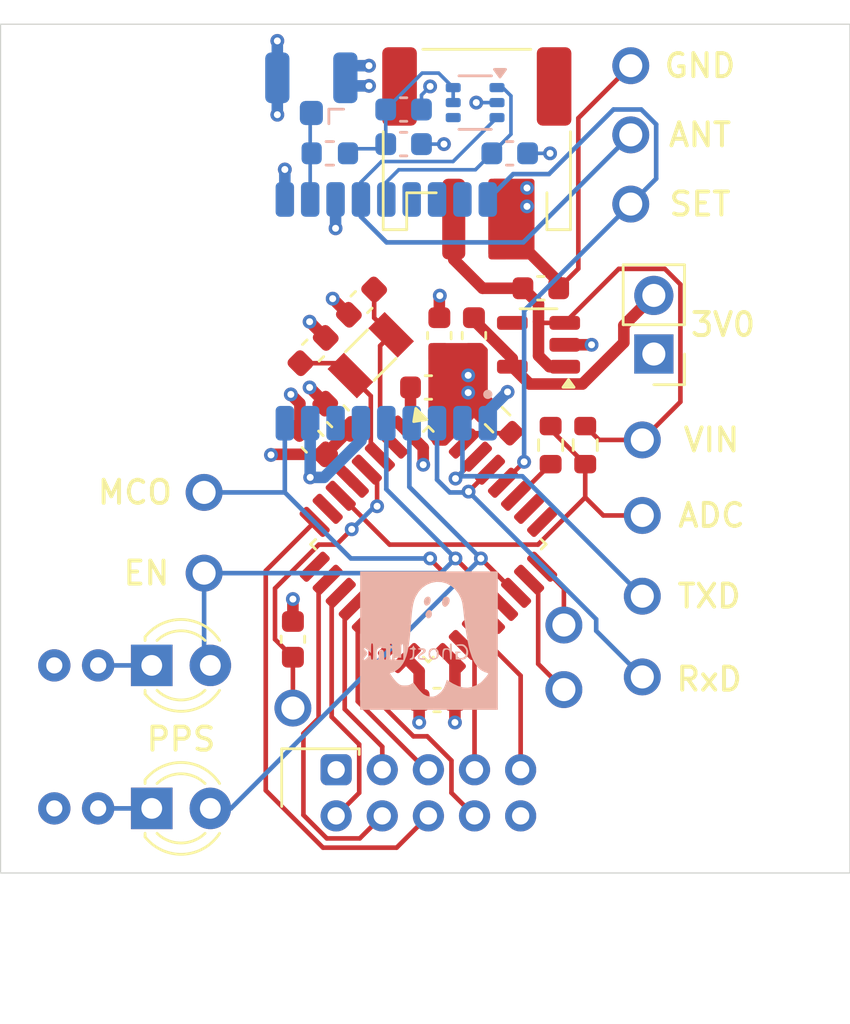
<source format=kicad_pcb>
(kicad_pcb (version 20241229) (generator "pcbnew") (generator_version "9.0")
  (title_block (date "2025-07-31") (rev "0.2"))
  (layers (0 "F.Cu" signal) (4 "In1.Cu" power) (6 "In2.Cu" power) (2 "B.Cu" signal) (13 "F.Paste" user) (15 "B.Paste" user) (5 "F.SilkS" user "F.Silkscreen") (7 "B.SilkS" user "B.Silkscreen") (1 "F.Mask" user) (3 "B.Mask" user) (25 "Edge.Cuts" user))
  (net 0 "")
  (net 1 "+3.0V")
  (net 2 "GND")
  (net 3 "/NRST")
  (net 4 "/OSC32_IN")
  (net 5 "/OSC32_OUT")
  (net 6 "/V_{IN}")
  (net 7 "/GNSS_VCC_RF")
  (net 8 "Net-(U4-QOD)")
  (net 11 "/SX126x_DIO3")
  (net 12 "/SX126x_NSS")
  (net 13 "/SX126x_MOSI")
  (net 14 "/SX126x_REST")
  (net 15 "/SX126x_BUSY")
  (net 16 "/SX126x_MISO")
  (net 17 "/SX126x_DIO1")
  (net 18 "/SX126x_SCK")
  (net 19 "/GNSS_RF_IN")
  (net 20 "/BOOT0")
  (net 21 "/VIN_ADC")
  (net 22 "/VIN_ADC_DIV_EN")
  (net 23 "/SWDIO")
  (net 24 "/SWCLK")
  (net 25 "/GNSS_TXD")
  (net 27 "/GNSS_RESET_N")
  (net 29 "/GNSS_RxD")
  (net 30 "/GNSS_1PPS")
  (net 31 "/GNSS_ON_OFF")
  (net 34 "/GNSS_MODEL_SET")
  (net 36 "/GNSS_ANT_ON")
  (net 43 "Net-(J4-Pin_2)")
  (net 44 "Net-(D1-K)")
  (net 45 "Net-(D2-K)")
  (footprint "Package_QFP:LQFP-32_7x7mm_P0.8mm" (layer "F.Cu") (at 125.85 100.3 -45)
    (property "Reference" "U1" (hide yes))
    (property "Value" "STM32L412K8Tx")
    (pad "1" smd roundrect (at -4.175 -2.8 315) (size 1.5 0.5) (layers "F.Cu" "F.Mask" "F.Paste") (net 1 "+3.0V"))
    (pad "2" smd roundrect (at -4.175 -2 315) (size 1.5 0.5) (layers "F.Cu" "F.Mask" "F.Paste") (net 4 "/OSC32_IN"))
    (pad "3" smd roundrect (at -4.175 -1.2 315) (size 1.5 0.5) (layers "F.Cu" "F.Mask" "F.Paste") (net 5 "/OSC32_OUT"))
    (pad "4" smd roundrect (at -4.175 -0.4 315) (size 1.5 0.5) (layers "F.Cu" "F.Mask" "F.Paste") (net 3 "/NRST"))
    (pad "5" smd roundrect (at -4.175 0.4 315) (size 1.5 0.5) (layers "F.Cu" "F.Mask" "F.Paste") (net 1 "+3.0V"))
    (pad "6" smd roundrect (at -4.175 1.2 315) (size 1.5 0.5) (layers "F.Cu" "F.Mask" "F.Paste") (net 21 "/VIN_ADC"))
    (pad "7" smd roundrect (at -4.175 2 315) (size 1.5 0.5) (layers "F.Cu" "F.Mask" "F.Paste"))
    (pad "8" smd roundrect (at -4.175 2.8 315) (size 1.5 0.5) (layers "F.Cu" "F.Mask" "F.Paste") (net 17 "/SX126x_DIO1"))
    (pad "9" smd roundrect (at -2.8 4.175 315) (size 0.5 1.5) (layers "F.Cu" "F.Mask" "F.Paste"))
    (pad "10" smd roundrect (at -2 4.175 315) (size 0.5 1.5) (layers "F.Cu" "F.Mask" "F.Paste") (net 15 "/SX126x_BUSY"))
    (pad "11" smd roundrect (at -1.2 4.175 315) (size 0.5 1.5) (layers "F.Cu" "F.Mask" "F.Paste") (net 18 "/SX126x_SCK"))
    (pad "12" smd roundrect (at -0.4 4.175 315) (size 0.5 1.5) (layers "F.Cu" "F.Mask" "F.Paste") (net 16 "/SX126x_MISO"))
    (pad "13" smd roundrect (at 0.4 4.175 315) (size 0.5 1.5) (layers "F.Cu" "F.Mask" "F.Paste") (net 13 "/SX126x_MOSI"))
    (pad "14" smd roundrect (at 1.2 4.175 315) (size 0.5 1.5) (layers "F.Cu" "F.Mask" "F.Paste") (net 12 "/SX126x_NSS"))
    (pad "15" smd roundrect (at 2 4.175 315) (size 0.5 1.5) (layers "F.Cu" "F.Mask" "F.Paste"))
    (pad "16" smd roundrect (at 2.8 4.175 315) (size 0.5 1.5) (layers "F.Cu" "F.Mask" "F.Paste") (net 2 "GND"))
    (pad "17" smd roundrect (at 4.175 2.8 315) (size 1.5 0.5) (layers "F.Cu" "F.Mask" "F.Paste") (net 1 "+3.0V"))
    (pad "18" smd roundrect (at 4.175 2 315) (size 1.5 0.5) (layers "F.Cu" "F.Mask" "F.Paste") (net 14 "/SX126x_REST"))
    (pad "19" smd roundrect (at 4.175 1.2 315) (size 1.5 0.5) (layers "F.Cu" "F.Mask" "F.Paste") (net 11 "/SX126x_DIO3"))
    (pad "20" smd roundrect (at 4.175 0.4 315) (size 1.5 0.5) (layers "F.Cu" "F.Mask" "F.Paste") (net 27 "/GNSS_RESET_N"))
    (pad "21" smd roundrect (at 4.175 -0.4 315) (size 1.5 0.5) (layers "F.Cu" "F.Mask" "F.Paste") (net 31 "/GNSS_ON_OFF"))
    (pad "22" smd roundrect (at 4.175 -1.2 315) (size 1.5 0.5) (layers "F.Cu" "F.Mask" "F.Paste") (net 30 "/GNSS_1PPS"))
    (pad "23" smd roundrect (at 4.175 -2 315) (size 1.5 0.5) (layers "F.Cu" "F.Mask" "F.Paste") (net 23 "/SWDIO"))
    (pad "24" smd roundrect (at 4.175 -2.8 315) (size 1.5 0.5) (layers "F.Cu" "F.Mask" "F.Paste") (net 24 "/SWCLK"))
    (pad "25" smd roundrect (at 2.8 -4.175 315) (size 0.5 1.5) (layers "F.Cu" "F.Mask" "F.Paste"))
    (pad "26" smd roundrect (at 2 -4.175 315) (size 0.5 1.5) (layers "F.Cu" "F.Mask" "F.Paste"))
    (pad "27" smd roundrect (at 1.2 -4.175 315) (size 0.5 1.5) (layers "F.Cu" "F.Mask" "F.Paste") (net 22 "/VIN_ADC_DIV_EN"))
    (pad "28" smd roundrect (at 0.4 -4.175 315) (size 0.5 1.5) (layers "F.Cu" "F.Mask" "F.Paste") (net 34 "/GNSS_MODEL_SET"))
    (pad "29" smd roundrect (at -0.4 -4.175 315) (size 0.5 1.5) (layers "F.Cu" "F.Mask" "F.Paste") (net 29 "/GNSS_RxD"))
    (pad "30" smd roundrect (at -1.2 -4.175 315) (size 0.5 1.5) (layers "F.Cu" "F.Mask" "F.Paste") (net 25 "/GNSS_TXD"))
    (pad "31" smd roundrect (at -2 -4.175 315) (size 0.5 1.5) (layers "F.Cu" "F.Mask" "F.Paste") (net 20 "/BOOT0"))
    (pad "32" smd roundrect (at -2.8 -4.175 315) (size 0.5 1.5) (layers "F.Cu" "F.Mask" "F.Paste") (net 2 "GND"))
  )
  (footprint "Capacitor_SMD:C_0603_1608Metric" (layer "F.Cu") (at 127.825 91.25 -90)
    (property "Reference" "C10" (hide yes))
    (property "Value" "1u")
    (pad "1" smd roundrect (at -0.775 0 270) (size 0.9 0.95) (layers "F.Cu" "F.Mask" "F.Paste") (net 43 "Net-(J4-Pin_2)"))
    (pad "2" smd roundrect (at 0.775 0 270) (size 0.9 0.95) (layers "F.Cu" "F.Mask" "F.Paste") (net 2 "GND"))
  )
  (footprint "Capacitor_SMD:C_0603_1608Metric" (layer "F.Cu") (at 122.95 89.8 45)
    (property "Reference" "C7" (hide yes))
    (property "Value" "18p")
    (pad "1" smd roundrect (at -0.775 0 45) (size 0.9 0.95) (layers "F.Cu" "F.Mask" "F.Paste") (net 2 "GND"))
    (pad "2" smd roundrect (at 0.775 0 45) (size 0.9 0.95) (layers "F.Cu" "F.Mask" "F.Paste") (net 4 "/OSC32_IN"))
  )
  (footprint "Custom:TestPoint" (layer "F.Cu") (at 119.975 107.4)
    (property "Reference" "TP1" (hide yes))
    (property "Value" "~")
    (pad "1" thru_hole circle (at 0 0) (size 1.6 1.6) (drill 1) (layers "*.Cu" "*.Mask") (net 3 "/NRST"))
  )
  (footprint "Capacitor_SMD:C_0603_1608Metric" (layer "F.Cu") (at 126.325 91.25 -90)
    (property "Reference" "C1" (hide yes))
    (property "Value" "4u7")
    (pad "1" smd roundrect (at -0.775 0 270) (size 0.9 0.95) (layers "F.Cu" "F.Mask" "F.Paste") (net 1 "+3.0V"))
    (pad "2" smd roundrect (at 0.775 0 270) (size 0.9 0.95) (layers "F.Cu" "F.Mask" "F.Paste") (net 2 "GND"))
  )
  (footprint "Custom:TestPoint" (layer "F.Cu") (at 135.125 102.55)
    (property "Reference" "TXD" (at 2.9 0 0) (layer "F.SilkS") (effects (font (thickness 0.17) (bold yes))))
    (property "Value" "~")
    (pad "1" thru_hole circle (at 0 0) (size 1.6 1.6) (drill 1) (layers "*.Cu" "*.Mask") (net 25 "/GNSS_TXD"))
  )
  (footprint "Custom:TestPoint" (layer "F.Cu") (at 116.125 101.55)
    (property "Reference" "EN" (at -2.5 0 0) (layer "F.SilkS") (effects (font (thickness 0.17) (bold yes))))
    (property "Value" "~")
    (pad "1" thru_hole circle (at 0 0) (size 1.6 1.6) (drill 1) (layers "*.Cu" "*.Mask") (net 31 "/GNSS_ON_OFF"))
  )
  (footprint "Capacitor_SMD:C_0603_1608Metric" (layer "F.Cu") (at 120.85 91.9 -135)
    (property "Reference" "C8" (hide yes))
    (property "Value" "18p")
    (pad "1" smd roundrect (at -0.775 0 225) (size 0.9 0.95) (layers "F.Cu" "F.Mask" "F.Paste") (net 2 "GND"))
    (pad "2" smd roundrect (at 0.775 0 225) (size 0.9 0.95) (layers "F.Cu" "F.Mask" "F.Paste") (net 5 "/OSC32_OUT"))
  )
  (footprint "Custom:TestPoint" (layer "F.Cu") (at 135.125 106.05)
    (property "Reference" "RxD" (at 2.9 0.1 0) (layer "F.SilkS") (effects (font (thickness 0.17) (bold yes))))
    (property "Value" "~")
    (pad "1" thru_hole circle (at 0 0) (size 1.6 1.6) (drill 1) (layers "*.Cu" "*.Mask") (net 29 "/GNSS_RxD"))
  )
  (footprint "Resistor_SMD:R_0603_1608Metric" (layer "F.Cu") (at 128.85 94.9 -45)
    (property "Reference" "R1" (hide yes))
    (property "Value" "10k")
    (pad "1" smd roundrect (at -0.825 0 315) (size 0.8 0.95) (layers "F.Cu" "F.Mask" "F.Paste") (net 2 "GND"))
    (pad "2" smd roundrect (at 0.825 0 315) (size 0.8 0.95) (layers "F.Cu" "F.Mask" "F.Paste") (net 20 "/BOOT0"))
  )
  (footprint "Custom:TestPoint" (layer "F.Cu") (at 134.625 82.55)
    (property "Reference" "ANT" (at 3 0 0) (layer "F.SilkS") (effects (font (thickness 0.17) (bold yes))))
    (property "Value" "~")
    (pad "1" thru_hole circle (at 0 0) (size 1.6 1.6) (drill 1) (layers "*.Cu" "*.Mask") (net 36 "/GNSS_ANT_ON"))
  )
  (footprint "Connector_JST:JST_PHD_S10B-PHDSS_2x05_P2.00mm_Horizontal" (layer "F.Cu") (at 121.85 110.075)
    (property "Reference" "J2" (hide yes))
    (property "Value" "S10B-PHDSS")
    (pad "1" thru_hole roundrect (at 0 0) (size 1.35 1.35) (drill 0.75) (layers "*.Cu" "*.Mask") (roundrect_rratio 0.208333) (net 2 "GND"))
    (pad "2" thru_hole circle (at 0 2) (size 1.35 1.35) (drill 0.75) (layers "*.Cu" "*.Mask") (net 18 "/SX126x_SCK"))
    (pad "3" thru_hole circle (at 2 0) (size 1.35 1.35) (drill 0.75) (layers "*.Cu" "*.Mask") (net 16 "/SX126x_MISO"))
    (pad "4" thru_hole circle (at 2 2) (size 1.35 1.35) (drill 0.75) (layers "*.Cu" "*.Mask") (net 15 "/SX126x_BUSY"))
    (pad "5" thru_hole circle (at 4 0) (size 1.35 1.35) (drill 0.75) (layers "*.Cu" "*.Mask") (net 13 "/SX126x_MOSI"))
    (pad "6" thru_hole circle (at 4 2) (size 1.35 1.35) (drill 0.75) (layers "*.Cu" "*.Mask") (net 17 "/SX126x_DIO1"))
    (pad "7" thru_hole circle (at 6 0) (size 1.35 1.35) (drill 0.75) (layers "*.Cu" "*.Mask") (net 14 "/SX126x_REST"))
    (pad "8" thru_hole circle (at 6 2) (size 1.35 1.35) (drill 0.75) (layers "*.Cu" "*.Mask") (net 12 "/SX126x_NSS"))
    (pad "9" thru_hole circle (at 8 0) (size 1.35 1.35) (drill 0.75) (layers "*.Cu" "*.Mask") (net 11 "/SX126x_DIO3"))
    (pad "10" thru_hole circle (at 8 2) (size 1.35 1.35) (drill 0.75) (layers "*.Cu" "*.Mask") (net 1 "+3.0V"))
  )
  (footprint "Resistor_SMD:R_0603_1608Metric" (layer "F.Cu") (at 131.15 96 90)
    (property "Reference" "R3" (hide yes))
    (property "Value" "10k")
    (pad "1" smd roundrect (at -0.825 0 90) (size 0.8 0.95) (layers "F.Cu" "F.Mask" "F.Paste") (net 22 "/VIN_ADC_DIV_EN"))
    (pad "2" smd roundrect (at 0.825 0 90) (size 0.8 0.95) (layers "F.Cu" "F.Mask" "F.Paste") (net 21 "/VIN_ADC"))
  )
  (footprint "Connector_JST:JST_PH_S2B-PH-SM4-TB_1x02-1MP_P2.00mm_Horizontal" (layer "F.Cu") (at 127.95 83.35 180)
    (property "Reference" "J1" (hide yes))
    (property "Value" "S2B-PH-SM4")
    (pad "1" smd roundrect (at -1 -2.85 180) (size 1 3.5) (layers "F.Cu" "F.Mask" "F.Paste") (net 2 "GND"))
    (pad "2" smd roundrect (at 1 -2.85 180) (size 1 3.5) (layers "F.Cu" "F.Mask" "F.Paste") (net 6 "/V_{IN}"))
    (pad "MP" smd roundrect (at -3.35 2.9 180) (size 1.5 3.4) (layers "F.Cu" "F.Mask" "F.Paste") (roundrect_rratio 0.166667))
    (pad "MP" smd roundrect (at 3.35 2.9 180) (size 1.5 3.4) (layers "F.Cu" "F.Mask" "F.Paste") (roundrect_rratio 0.166667))
  )
  (footprint "Custom:TestPoint" (layer "F.Cu") (at 116.125 98.05)
    (property "Reference" "MCO" (at -3 0 0) (layer "F.SilkS") (effects (font (thickness 0.17) (bold yes))))
    (property "Value" "~")
    (pad "1" thru_hole circle (at 0 0) (size 1.6 1.6) (drill 1) (layers "*.Cu" "*.Mask") (net 27 "/GNSS_RESET_N"))
  )
  (footprint "Crystal:Crystal_SMD_3215-2Pin_3.2x1.5mm" (layer "F.Cu") (at 123.35 92.1 -135)
    (property "Reference" "Y1" (hide yes))
    (property "Value" "ABS07-32.768KHZ")
    (pad "1" smd rect (at 1.249999 0 225) (size 1 1.8) (layers "F.Cu" "F.Mask" "F.Paste") (net 5 "/OSC32_OUT"))
    (pad "2" smd rect (at -1.249999 0 225) (size 1 1.8) (layers "F.Cu" "F.Mask" "F.Paste") (net 4 "/OSC32_IN"))
  )
  (footprint "Capacitor_SMD:C_0603_1608Metric" (layer "F.Cu") (at 120.825 95.85 135)
    (property "Reference" "C4" (hide yes))
    (property "Value" "10n")
    (pad "1" smd roundrect (at -0.775 0 135) (size 0.9 0.95) (layers "F.Cu" "F.Mask" "F.Paste") (net 1 "+3.0V"))
    (pad "2" smd roundrect (at 0.775 0 135) (size 0.9 0.95) (layers "F.Cu" "F.Mask" "F.Paste") (net 2 "GND"))
  )
  (footprint "Custom:TestPoint" (layer "F.Cu") (at 134.625 79.55)
    (property "Reference" "GND" (at 3 0 0) (layer "F.SilkS") (effects (font (thickness 0.17) (bold yes))))
    (property "Value" "~")
    (pad "1" thru_hole circle (at 0 0) (size 1.6 1.6) (drill 1) (layers "*.Cu" "*.Mask") (net 2 "GND"))
  )
  (footprint "LED_THT:LED_D3.0mm" (layer "F.Cu") (at 113.855 105.55)
    (property "Reference" "D1" (hide yes))
    (property "Value" "LED")
    (pad "1" thru_hole rect (at 0 0) (size 1.8 1.8) (drill 0.9) (layers "*.Cu" "*.Mask") (net 44 "Net-(D1-K)"))
    (pad "2" thru_hole circle (at 2.54 0) (size 1.8 1.8) (drill 0.9) (layers "*.Cu" "*.Mask") (net 31 "/GNSS_ON_OFF"))
  )
  (footprint "Capacitor_SMD:C_0603_1608Metric" (layer "F.Cu") (at 119.975 104.42 -90)
    (property "Reference" "C6" (hide yes))
    (property "Value" "100n")
    (pad "1" smd roundrect (at -0.775 0 270) (size 0.9 0.95) (layers "F.Cu" "F.Mask" "F.Paste") (net 2 "GND"))
    (pad "2" smd roundrect (at 0.775 0 270) (size 0.9 0.95) (layers "F.Cu" "F.Mask" "F.Paste") (net 3 "/NRST"))
  )
  (footprint "Resistor_THT:R_Axial_DIN0204_L3.6mm_D1.6mm_P1.90mm_Vertical" (layer "F.Cu") (at 111.53 105.55 180)
    (property "Reference" "R4" (hide yes))
    (property "Value" "R")
    (pad "1" thru_hole circle (at 0 0 180) (size 1.4 1.4) (drill 0.7) (layers "*.Cu" "*.Mask") (net 44 "Net-(D1-K)"))
    (pad "2" thru_hole oval (at 1.9 0 180) (size 1.4 1.4) (drill 0.7) (layers "*.Cu" "*.Mask") (net 2 "GND"))
  )
  (footprint "Resistor_THT:R_Axial_DIN0204_L3.6mm_D1.6mm_P1.90mm_Vertical" (layer "F.Cu") (at 111.53 111.75 180)
    (property "Reference" "R5" (hide yes))
    (property "Value" "R")
    (pad "1" thru_hole circle (at 0 0 180) (size 1.4 1.4) (drill 0.7) (layers "*.Cu" "*.Mask") (net 45 "Net-(D2-K)"))
    (pad "2" thru_hole oval (at 1.9 0 180) (size 1.4 1.4) (drill 0.7) (layers "*.Cu" "*.Mask") (net 2 "GND"))
  )
  (footprint "Capacitor_SMD:C_0603_1608Metric" (layer "F.Cu") (at 121.925 94.75 135)
    (property "Reference" "C5" (hide yes))
    (property "Value" "1u")
    (pad "1" smd roundrect (at -0.775 0 135) (size 0.9 0.95) (layers "F.Cu" "F.Mask" "F.Paste") (net 1 "+3.0V"))
    (pad "2" smd roundrect (at 0.775 0 135) (size 0.9 0.95) (layers "F.Cu" "F.Mask" "F.Paste") (net 2 "GND"))
  )
  (footprint "Capacitor_SMD:C_0603_1608Metric" (layer "F.Cu") (at 130.725 89.2)
    (property "Reference" "C9" (hide yes))
    (property "Value" "1u")
    (pad "1" smd roundrect (at -0.775 0) (size 0.9 0.95) (layers "F.Cu" "F.Mask" "F.Paste") (net 6 "/V_{IN}"))
    (pad "2" smd roundrect (at 0.775 0) (size 0.9 0.95) (layers "F.Cu" "F.Mask" "F.Paste") (net 2 "GND"))
  )
  (footprint "Custom:TestPoint" (layer "F.Cu") (at 135.125 99.05)
    (property "Reference" "ADC" (at 3 0 0) (layer "F.SilkS") (effects (font (thickness 0.17) (bold yes))))
    (property "Value" "~")
    (pad "1" thru_hole circle (at 0 0) (size 1.6 1.6) (drill 1) (layers "*.Cu" "*.Mask") (net 21 "/VIN_ADC"))
  )
  (footprint "Custom:TestPoint" (layer "F.Cu") (at 131.725 106.6)
    (property "Reference" "TP2" (hide yes))
    (property "Value" "~")
    (pad "1" thru_hole circle (at 0 0) (size 1.6 1.6) (drill 1) (layers "*.Cu" "*.Mask") (net 23 "/SWDIO"))
  )
  (footprint "Capacitor_SMD:C_0603_1608Metric" (layer "F.Cu") (at 125.85 93.5)
    (property "Reference" "C2" (hide yes))
    (property "Value" "100n")
    (pad "1" smd roundrect (at -0.775 0) (size 0.9 0.95) (layers "F.Cu" "F.Mask" "F.Paste") (net 1 "+3.0V"))
    (pad "2" smd roundrect (at 0.775 0) (size 0.9 0.95) (layers "F.Cu" "F.Mask" "F.Paste") (net 2 "GND"))
  )
  (footprint "LED_THT:LED_D3.0mm" (layer "F.Cu") (at 113.855 111.75)
    (property "Reference" "PPS" (at 1.27 -3 0) (layer "F.SilkS") (effects (font (thickness 0.17) (bold yes))))
    (property "Value" "LED")
    (pad "1" thru_hole rect (at 0 0) (size 1.8 1.8) (drill 0.9) (layers "*.Cu" "*.Mask") (net 45 "Net-(D2-K)"))
    (pad "2" thru_hole circle (at 2.54 0) (size 1.8 1.8) (drill 0.9) (layers "*.Cu" "*.Mask") (net 30 "/GNSS_1PPS"))
  )
  (footprint "Custom:TestPoint" (layer "F.Cu") (at 135.125 95.775)
    (property "Reference" "VIN" (at 3 0 0) (layer "F.SilkS") (effects (font (thickness 0.17) (bold yes))))
    (property "Value" "~")
    (pad "1" thru_hole circle (at 0 0) (size 1.6 1.6) (drill 1) (layers "*.Cu" "*.Mask") (net 6 "/V_{IN}"))
  )
  (footprint "Package_TO_SOT_SMD:SOT-23-5" (layer "F.Cu") (at 130.625 91.65 180)
    (property "Reference" "U2" (hide yes))
    (property "Value" "TLV75530PDBV")
    (pad "1" smd roundrect (at -1.1375 -0.95 180) (size 1.325 0.6) (layers "F.Cu" "F.Mask" "F.Paste") (net 6 "/V_{IN}"))
    (pad "2" smd roundrect (at -1.1375 0 180) (size 1.325 0.6) (layers "F.Cu" "F.Mask" "F.Paste") (net 2 "GND"))
    (pad "3" smd roundrect (at -1.1375 0.95 180) (size 1.325 0.6) (layers "F.Cu" "F.Mask" "F.Paste") (net 6 "/V_{IN}"))
    (pad "4" smd roundrect (at 1.1375 0.95 180) (size 1.325 0.6) (layers "F.Cu" "F.Mask" "F.Paste"))
    (pad "5" smd roundrect (at 1.1375 -0.95 180) (size 1.325 0.6) (layers "F.Cu" "F.Mask" "F.Paste") (net 43 "Net-(J4-Pin_2)"))
  )
  (footprint "Custom:TestPoint" (layer "F.Cu") (at 134.625 85.55)
    (property "Reference" "SET" (at 3 0 0) (layer "F.SilkS") (effects (font (thickness 0.17) (bold yes))))
    (property "Value" "~")
    (pad "1" thru_hole circle (at 0 0) (size 1.6 1.6) (drill 1) (layers "*.Cu" "*.Mask") (net 34 "/GNSS_MODEL_SET"))
  )
  (footprint "Resistor_SMD:R_0603_1608Metric" (layer "F.Cu") (at 132.65 96 90)
    (property "Reference" "R2" (hide yes))
    (property "Value" "10k")
    (pad "1" smd roundrect (at -0.825 0 90) (size 0.8 0.95) (layers "F.Cu" "F.Mask" "F.Paste") (net 21 "/VIN_ADC"))
    (pad "2" smd roundrect (at 0.825 0 90) (size 0.8 0.95) (layers "F.Cu" "F.Mask" "F.Paste") (net 6 "/V_{IN}"))
  )
  (footprint "Connector_PinHeader_2.54mm:PinHeader_1x02_P2.54mm_Vertical" (layer "F.Cu") (at 135.625 92.05 180)
    (property "Reference" "3V0" (at -3 1.275 0) (layer "F.SilkS") (effects (font (thickness 0.17) (bold yes))))
    (property "Value" "Jumper")
    (pad "1" thru_hole rect (at 0 0 180) (size 1.7 1.7) (drill 1) (layers "*.Cu" "*.Mask") (net 1 "+3.0V"))
    (pad "2" thru_hole oval (at 0 2.54 180) (size 1.7 1.7) (drill 1) (layers "*.Cu" "*.Mask") (net 43 "Net-(J4-Pin_2)"))
  )
  (footprint "Custom:TestPoint" (layer "F.Cu") (at 131.725 103.8)
    (property "Reference" "TP3" (hide yes))
    (property "Value" "~")
    (pad "1" thru_hole circle (at 0 0) (size 1.6 1.6) (drill 1) (layers "*.Cu" "*.Mask") (net 24 "/SWCLK"))
  )
  (footprint "Capacitor_SMD:C_0603_1608Metric" (layer "F.Cu") (at 126.225 107.05 180)
    (property "Reference" "C3" (hide yes))
    (property "Value" "100n")
    (pad "1" smd roundrect (at -0.775 0 180) (size 0.9 0.95) (layers "F.Cu" "F.Mask" "F.Paste") (net 1 "+3.0V"))
    (pad "2" smd roundrect (at 0.775 0 180) (size 0.9 0.95) (layers "F.Cu" "F.Mask" "F.Paste") (net 2 "GND"))
  )
  (footprint "Capacitor_SMD:C_0603_1608Metric" (layer "B.Cu") (at 124.775 81.45)
    (property "Reference" "C12" (hide yes))
    (property "Value" "1u")
    (pad "1" smd roundrect (at -0.775 0) (size 0.9 0.95) (layers "B.Cu" "B.Mask" "B.Paste") (net 8 "Net-(U4-QOD)"))
    (pad "2" smd roundrect (at 0.775 0) (size 0.9 0.95) (layers "B.Cu" "B.Mask" "B.Paste") (net 2 "GND"))
  )
  (footprint "Capacitor_SMD:C_0603_1608Metric" (layer "B.Cu") (at 124.775 82.95)
    (property "Reference" "C13" (hide yes))
    (property "Value" "10n")
    (pad "1" smd roundrect (at -0.775 0) (size 0.9 0.95) (layers "B.Cu" "B.Mask" "B.Paste") (net 8 "Net-(U4-QOD)"))
    (pad "2" smd roundrect (at 0.775 0) (size 0.9 0.95) (layers "B.Cu" "B.Mask" "B.Paste") (net 2 "GND"))
  )
  (footprint "LOGO" (layer "B.Cu") (at 125.875 104.475 180)
    (property "Reference" "G***" (hide yes))
    (property "Value" "LOGO" (hide yes))
  )
  (footprint "Package_TO_SOT_SMD:SOT-363_SC-70-6" (layer "B.Cu") (at 127.875 81.15 180)
    (property "Reference" "U4" (hide yes))
    (property "Value" "TPS22919DCKR")
    (pad "1" smd roundrect (at -0.95 0.65 180) (size 0.65 0.4) (layers "B.Cu" "B.Mask" "B.Paste") (net 7 "/GNSS_VCC_RF"))
    (pad "2" smd roundrect (at -0.95 0 180) (size 0.65 0.4) (layers "B.Cu" "B.Mask" "B.Paste") (net 2 "GND"))
    (pad "3" smd roundrect (at -0.95 -0.65 180) (size 0.65 0.4) (layers "B.Cu" "B.Mask" "B.Paste") (net 36 "/GNSS_ANT_ON"))
    (pad "4" smd roundrect (at 0.95 -0.65 180) (size 0.65 0.4) (layers "B.Cu" "B.Mask" "B.Paste"))
    (pad "5" smd roundrect (at 0.95 0 180) (size 0.65 0.4) (layers "B.Cu" "B.Mask" "B.Paste") (net 8 "Net-(U4-QOD)"))
    (pad "6" smd roundrect (at 0.95 0.65 180) (size 0.65 0.4) (layers "B.Cu" "B.Mask" "B.Paste") (net 8 "Net-(U4-QOD)"))
  )
  (footprint "Inductor_SMD:L_0603_1608Metric" (layer "B.Cu") (at 121.575 83.35)
    (property "Reference" "L1" (hide yes))
    (property "Value" "68nH")
    (pad "1" smd roundrect (at -0.7875 0) (size 0.875 0.95) (layers "B.Cu" "B.Mask" "B.Paste") (net 19 "/GNSS_RF_IN"))
    (pad "2" smd roundrect (at 0.7875 0) (size 0.875 0.95) (layers "B.Cu" "B.Mask" "B.Paste") (net 8 "Net-(U4-QOD)"))
  )
  (footprint "Custom:E108-GN03" (layer "B.Cu") (at 124.025 90.2 90)
    (property "Reference" "U3" (hide yes))
    (property "Value" "E108-GN03")
    (pad "1" smd roundrect (at -4.85 4.4 90) (size 1.5 0.8) (layers "B.Cu" "B.Mask" "B.Paste") (net 2 "GND"))
    (pad "2" smd roundrect (at -4.85 3.3 90) (size 1.5 0.8) (layers "B.Cu" "B.Mask" "B.Paste") (net 25 "/GNSS_TXD"))
    (pad "3" smd roundrect (at -4.85 2.2 90) (size 1.5 0.8) (layers "B.Cu" "B.Mask" "B.Paste") (net 29 "/GNSS_RxD"))
    (pad "4" smd roundrect (at -4.85 1.1 90) (size 1.5 0.8) (layers "B.Cu" "B.Mask" "B.Paste") (net 30 "/GNSS_1PPS"))
    (pad "5" smd roundrect (at -4.85 0 90) (size 1.5 0.8) (layers "B.Cu" "B.Mask" "B.Paste") (net 31 "/GNSS_ON_OFF"))
    (pad "6" smd roundrect (at -4.85 -1.1 90) (size 1.5 0.8) (layers "B.Cu" "B.Mask" "B.Paste") (net 1 "+3.0V"))
    (pad "7" smd roundrect (at -4.85 -2.2 90) (size 1.5 0.8) (layers "B.Cu" "B.Mask" "B.Paste"))
    (pad "8" smd roundrect (at -4.85 -3.3 90) (size 1.5 0.8) (layers "B.Cu" "B.Mask" "B.Paste") (net 1 "+3.0V"))
    (pad "9" smd roundrect (at -4.85 -4.4 90) (size 1.5 0.8) (layers "B.Cu" "B.Mask" "B.Paste") (net 27 "/GNSS_RESET_N"))
    (pad "10" smd roundrect (at 4.85 -4.4 90) (size 1.5 0.8) (layers "B.Cu" "B.Mask" "B.Paste") (net 2 "GND"))
    (pad "11" smd roundrect (at 4.85 -3.3 90) (size 1.5 0.8) (layers "B.Cu" "B.Mask" "B.Paste") (net 19 "/GNSS_RF_IN"))
    (pad "12" smd roundrect (at 4.85 -2.2 90) (size 1.5 0.8) (layers "B.Cu" "B.Mask" "B.Paste") (net 2 "GND"))
    (pad "13" smd roundrect (at 4.85 -1.1 90) (size 1.5 0.8) (layers "B.Cu" "B.Mask" "B.Paste") (net 36 "/GNSS_ANT_ON"))
    (pad "14" smd roundrect (at 4.85 0 90) (size 1.5 0.8) (layers "B.Cu" "B.Mask" "B.Paste") (net 7 "/GNSS_VCC_RF"))
    (pad "15" smd roundrect (at 4.85 1.1 90) (size 1.5 0.8) (layers "B.Cu" "B.Mask" "B.Paste"))
    (pad "16" smd roundrect (at 4.85 2.2 90) (size 1.5 0.8) (layers "B.Cu" "B.Mask" "B.Paste"))
    (pad "17" smd roundrect (at 4.85 3.3 90) (size 1.5 0.8) (layers "B.Cu" "B.Mask" "B.Paste"))
    (pad "18" smd roundrect (at 4.85 4.4 90) (size 1.5 0.8) (layers "B.Cu" "B.Mask" "B.Paste") (net 34 "/GNSS_MODEL_SET"))
  )
  (footprint "Capacitor_SMD:C_0603_1608Metric" (layer "B.Cu") (at 129.375 83.35)
    (property "Reference" "C11" (hide yes))
    (property "Value" "1u")
    (pad "1" smd roundrect (at -0.775 0) (size 0.9 0.95) (layers "B.Cu" "B.Mask" "B.Paste") (net 7 "/GNSS_VCC_RF"))
    (pad "2" smd roundrect (at 0.775 0) (size 0.9 0.95) (layers "B.Cu" "B.Mask" "B.Paste") (net 2 "GND"))
  )
  (footprint "Connector_Coaxial:U.FL_Hirose_U.FL-R-SMT-1_Vertical" (layer "B.Cu") (at 120.775 80.55 90)
    (property "Reference" "J3" (hide yes))
    (property "Value" "U.FL")
    (pad "1" smd roundrect (at -1.05 0 90) (size 1.05 1) (layers "B.Cu" "B.Mask" "B.Paste") (net 19 "/GNSS_RF_IN"))
    (pad "2" smd roundrect (at 0.475 -1.475 90) (size 2.2 1.05) (layers "B.Cu" "B.Mask" "B.Paste") (roundrect_rratio 0.2380952381) (net 2 "GND"))
    (pad "2" smd roundrect (at 0.475 1.475 90) (size 2.2 1.05) (layers "B.Cu" "B.Mask" "B.Paste") (roundrect_rratio 0.2380952381) (net 2 "GND"))
    (zone (net 0) (net_name "") (layers "F.Cu" "B.Cu" "In1.Cu" "In2.Cu") (connect_pads (clearance 0)) (min_thickness 0.25)
      (keepout (tracks not_allowed) (vias not_allowed) (pads not_allowed) (copperpour not_allowed) (footprints allowed))
      (fill (thermal_gap 0.5) (thermal_bridge_width 0.5))
      (polygon (pts (xy 121.725 78.975) (xy 121.725 81.065) (xy 119.825 81.065) (xy 119.825 78.975)))
    )
  )
  (gr_rect (start 107.3 77.75) (end 144.125 114.55) (stroke (width 0.05)) (fill no) (layer "Edge.Cuts"))
  (segment (start 122.614986 97.630672) (end 122.605672 97.630672) (width 0.5) (layer "F.Cu") (net 1))
  (segment (start 125.075 93.5) (end 125.075 95.170658) (width 0.5) (layer "F.Cu") (net 1))
  (segment (start 127 107.05) (end 127 108.025) (width 0.5) (layer "F.Cu") (net 1))
  (segment (start 119.051992 96.398008) (end 119.025 96.425) (width 0.5) (layer "F.Cu") (net 1))
  (segment (start 126.325 90.475) (end 126.325 89.54) (width 0.5) (layer "F.Cu") (net 1))
  (segment (start 124.877728 95.36793) (end 125.625 96.115202) (width 0.5) (layer "F.Cu") (net 1))
  (segment (start 122.605672 97.630672) (end 121.373008 96.398008) (width 0.5) (layer "F.Cu") (net 1))
  (segment (start 121.373008 96.398008) (end 119.051992 96.398008) (width 0.5) (layer "F.Cu") (net 1))
  (segment (start 125.075 95.170658) (end 124.877728 95.36793) (width 0.5) (layer "F.Cu") (net 1))
  (segment (start 127 105.409798) (end 126.822272 105.23207) (width 0.5) (layer "F.Cu") (net 1))
  (segment (start 121.373008 96.398008) (end 122.473008 95.298008) (width 0.5) (layer "F.Cu") (net 1))
  (segment (start 126.325 89.54) (end 126.345 89.52) (width 0.5) (layer "F.Cu") (net 1))
  (segment (start 125.625 96.115202) (end 125.625 96.85) (width 0.5) (layer "F.Cu") (net 1))
  (segment (start 127 107.05) (end 127 105.409798) (width 0.5) (layer "F.Cu") (net 1))
  (via (at 119.025 96.425) (size 0.6) (drill 0.3) (layers "F.Cu" "B.Cu") (net 1))
  (via (at 120.725 97.4) (size 0.6) (drill 0.3) (layers "F.Cu" "B.Cu") (net 1))
  (via (at 126.345 89.52) (size 0.6) (drill 0.3) (layers "F.Cu" "B.Cu") (net 1))
  (via (at 125.625 96.85) (size 0.6) (drill 0.3) (layers "F.Cu" "B.Cu") (net 1))
  (via (at 127 108.025) (size 0.6) (drill 0.3) (layers "F.Cu" "B.Cu") (net 1))
  (segment (start 122.925 95.8) (end 122.925 95.05) (width 0.5) (layer "B.Cu") (net 1))
  (segment (start 121.325 97.4) (end 122.925 95.8) (width 0.5) (layer "B.Cu") (net 1))
  (segment (start 120.725 97.4) (end 121.325 97.4) (width 0.5) (layer "B.Cu") (net 1))
  (segment (start 120.725 95.05) (end 120.725 97.4) (width 0.5) (layer "B.Cu") (net 1))
  (segment (start 122.401992 90.348008) (end 122.398008 90.348008) (width 0.5) (layer "F.Cu") (net 2))
  (segment (start 121.376992 94.201992) (end 121.376992 94.176992) (width 0.5) (layer "F.Cu") (net 2))
  (segment (start 125.45 107.05) (end 125.45 108.025) (width 0.5) (layer "F.Cu") (net 2))
  (segment (start 121.398008 91.348008) (end 120.7 90.65) (width 0.5) (layer "F.Cu") (net 2))
  (segment (start 121.398008 91.351992) (end 121.398008 91.348008) (width 0.5) (layer "F.Cu") (net 2))
  (segment (start 119.975 103.645) (end 119.975 102.675) (width 0.5) (layer "F.Cu") (net 2))
  (segment (start 122.398008 90.348008) (end 121.7 89.65) (width 0.5) (layer "F.Cu") (net 2))
  (segment (start 120.276992 94.19273) (end 119.885968 93.801706) (width 0.5) (layer "F.Cu") (net 2))
  (segment (start 131.7625 91.65) (end 132.925 91.65) (width 0.5) (layer "F.Cu") (net 2))
  (segment (start 131.5 88.925) (end 130.125 87.55) (width 0.5) (layer "F.Cu") (net 2))
  (segment (start 120.276992 95.301992) (end 120.276992 94.19273) (width 0.5) (layer "F.Cu") (net 2))
  (segment (start 125.45 107.05) (end 125.45 105.804342) (width 0.5) (layer "F.Cu") (net 2))
  (segment (start 132.351 88.349) (end 132.351 81.824) (width 0.2) (layer "F.Cu") (net 2))
  (segment (start 132.351 81.824) (end 134.625 79.55) (width 0.2) (layer "F.Cu") (net 2))
  (segment (start 131.5 89.2) (end 132.351 88.349) (width 0.2) (layer "F.Cu") (net 2))
  (segment (start 121.376992 94.176992) (end 120.7 93.5) (width 0.5) (layer "F.Cu") (net 2))
  (segment (start 131.5 89.2) (end 131.5 88.925) (width 0.5) (layer "F.Cu") (net 2))
  (segment (start 125.45 105.804342) (end 124.877728 105.23207) (width 0.5) (layer "F.Cu") (net 2))
  (via (at 123.275 80.425) (size 0.6) (drill 0.3) (layers "F.Cu" "B.Cu") (net 2))
  (via (at 129.282169 93.692831) (size 0.6) (drill 0.3) (layers "F.Cu" "B.Cu") (net 2))
  (via (at 130.125 84.85) (size 0.6) (drill 0.3) (layers "F.Cu" "B.Cu") (net 2))
  (via (at 121.7 89.65) (size 0.6) (drill 0.3) (layers "F.Cu" "B.Cu") (net 2))
  (via (at 123.275 79.55) (size 0.6) (drill 0.3) (layers "F.Cu" "B.Cu") (net 2))
  (via (at 119.975 102.675) (size 0.6) (drill 0.3) (layers "F.Cu" "B.Cu") (net 2))
  (via (at 125.45 108.025) (size 0.6) (drill 0.3) (layers "F.Cu" "B.Cu") (net 2))
  (via (at 120.7 93.5) (size 0.6) (drill 0.3) (layers "F.Cu" "B.Cu") (net 2))
  (via (at 125.925 80.45) (size 0.6) (drill 0.3) (layers "F.Cu" "B.Cu") (net 2))
  (via (at 127.925 81.15) (size 0.6) (drill 0.3) (layers "F.Cu" "B.Cu") (net 2))
  (via (at 127.575 93.725) (size 0.6) (drill 0.3) (layers "F.Cu" "B.Cu") (net 2))
  (via (at 126.525 82.95) (size 0.6) (drill 0.3) (layers "F.Cu" "B.Cu") (net 2))
  (via (at 121.825 86.6) (size 0.6) (drill 0.3) (layers "F.Cu" "B.Cu") (net 2))
  (via (at 119.3 81.675) (size 0.6) (drill 0.3) (layers "F.Cu" "B.Cu") (net 2))
  (via (at 130.125 85.65) (size 0.6) (drill 0.3) (layers "F.Cu" "B.Cu") (net 2))
  (via (at 120.7 90.65) (size 0.6) (drill 0.3) (layers "F.Cu" "B.Cu") (net 2))
  (via (at 132.925 91.65) (size 0.6) (drill 0.3) (layers "F.Cu" "B.Cu") (net 2))
  (via (at 127.575 92.975) (size 0.6) (drill 0.3) (layers "F.Cu" "B.Cu") (net 2))
  (via (at 119.625 84.05) (size 0.6) (drill 0.3) (layers "F.Cu" "B.Cu") (net 2))
  (via (at 119.885968 93.801706) (size 0.6) (drill 0.3) (layers "F.Cu" "B.Cu") (net 2))
  (via (at 119.3 78.475) (size 0.6) (drill 0.3) (layers "F.Cu" "B.Cu") (net 2))
  (via (at 131.125 83.35) (size 0.6) (drill 0.3) (layers "F.Cu" "B.Cu") (net 2))
  (segment (start 119.625 85.35) (end 119.625 84.05) (width 0.5) (layer "B.Cu") (net 2))
  (segment (start 125.55 82.95) (end 126.525 82.95) (width 0.1565) (layer "B.Cu") (net 2))
  (segment (start 119.3 80.075) (end 119.3 78.475) (width 0.5) (layer "B.Cu") (net 2))
  (segment (start 130.15 83.35) (end 131.125 83.35) (width 0.1565) (layer "B.Cu") (net 2))
  (segment (start 128.825 81.15) (end 127.925 81.15) (width 0.1565) (layer "B.Cu") (net 2))
  (segment (start 125.55 81.45) (end 125.55 80.825) (width 0.1565) (layer "B.Cu") (net 2))
  (segment (start 128.425 94.55) (end 129.282169 93.692831) (width 0.5) (layer "B.Cu") (net 2))
  (segment (start 123.275 79.55) (end 122.825 79.55) (width 0.5) (layer "B.Cu") (net 2))
  (segment (start 123.275 80.425) (end 122.8 80.425) (width 0.5) (layer "B.Cu") (net 2))
  (segment (start 121.825 85.35) (end 121.825 86.6) (width 0.5) (layer "B.Cu") (net 2))
  (segment (start 119.3 80.075) (end 119.3 81.675) (width 0.5) (layer "B.Cu") (net 2))
  (segment (start 128.425 95.05) (end 128.425 94.55) (width 0.5) (layer "B.Cu") (net 2))
  (segment (start 125.55 80.825) (end 125.925 80.45) (width 0.1565) (layer "B.Cu") (net 2))
  (segment (start 123.625 97.509314) (end 123.625 98.65) (width 0.2) (layer "F.Cu") (net 3))
  (segment (start 121.861507 100.313493) (end 121.097477 100.313493) (width 0.2) (layer "F.Cu") (net 3))
  (segment (start 122.525 99.65) (end 121.861507 100.313493) (width 0.2) (layer "F.Cu") (net 3))
  (segment (start 123.180672 97.064986) (end 123.625 97.509314) (width 0.2) (layer "F.Cu") (net 3))
  (segment (start 119.975 107.4) (end 119.975 105.195) (width 0.2) (layer "F.Cu") (net 3))
  (segment (start 119.199 102.21197) (end 119.199 104.419) (width 0.2) (layer "F.Cu") (net 3))
  (segment (start 119.199 104.419) (end 119.975 105.195) (width 0.2) (layer "F.Cu") (net 3))
  (segment (start 121.097477 100.313493) (end 119.199 102.21197) (width 0.2) (layer "F.Cu") (net 3))
  (via (at 122.525 99.65) (size 0.6) (drill 0.3) (layers "F.Cu" "B.Cu") (net 3))
  (via (at 123.625 98.65) (size 0.6) (drill 0.3) (layers "F.Cu" "B.Cu") (net 3))
  (segment (start 123.525 98.65) (end 122.525 99.65) (width 0.2) (layer "B.Cu") (net 3))
  (segment (start 123.625 98.65) (end 123.525 98.65) (width 0.2) (layer "B.Cu") (net 3))
  (segment (start 123.498008 89.251992) (end 123.498008 90.480242) (width 0.2) (layer "F.Cu") (net 4))
  (segment (start 123.498008 90.480242) (end 124.233883 91.216117) (width 0.2) (layer "F.Cu") (net 4))
  (segment (start 124.312043 95.933616) (end 123.757066 95.378639) (width 0.2) (layer "F.Cu") (net 4))
  (segment (start 123.757066 95.378639) (end 123.757066 91.692934) (width 0.2) (layer "F.Cu") (net 4))
  (segment (start 123.757066 91.692934) (end 124.233883 91.216117) (width 0.2) (layer "F.Cu") (net 4))
  (segment (start 120.301992 92.448008) (end 121.930242 92.448008) (width 0.2) (layer "F.Cu") (net 5))
  (segment (start 123.353264 93.87103) (end 122.466117 92.983883) (width 0.2) (layer "F.Cu") (net 5))
  (segment (start 123.746357 96.499301) (end 123.353264 96.106208) (width 0.2) (layer "F.Cu") (net 5))
  (segment (start 121.930242 92.448008) (end 122.466117 92.983883) (width 0.2) (layer "F.Cu") (net 5))
  (segment (start 123.353264 96.106208) (end 123.353264 93.87103) (width 0.2) (layer "F.Cu") (net 5))
  (segment (start 126.95 87.95) (end 128.2 89.2) (width 0.5) (layer "F.Cu") (net 6))
  (segment (start 130.625 90.65) (end 130.625 92.124999) (width 0.5) (layer "F.Cu") (net 6))
  (segment (start 131.100001 92.6) (end 131.7625 92.6) (width 0.5) (layer "F.Cu") (net 6))
  (segment (start 136.10176 88.359) (end 136.776 89.03324) (width 0.2) (layer "F.Cu") (net 6))
  (segment (start 134.1035 88.359) (end 136.10176 88.359) (width 0.2) (layer "F.Cu") (net 6))
  (segment (start 130.625 89.875) (end 130.625 90.65) (width 0.5) (layer "F.Cu") (net 6))
  (segment (start 136.776 94.124) (end 135.125 95.775) (width 0.2) (layer "F.Cu") (net 6))
  (segment (start 135.125 95.775) (end 133.25 95.775) (width 0.2) (layer "F.Cu") (net 6))
  (segment (start 133.25 95.775) (end 132.65 95.175) (width 0.2) (layer "F.Cu") (net 6))
  (segment (start 129.95 89.2) (end 130.625 89.875) (width 0.5) (layer "F.Cu") (net 6))
  (segment (start 128.2 89.2) (end 129.95 89.2) (width 0.5) (layer "F.Cu") (net 6))
  (segment (start 130.625 92.124999) (end 131.100001 92.6) (width 0.5) (layer "F.Cu") (net 6))
  (segment (start 136.776 89.03324) (end 136.776 94.124) (width 0.2) (layer "F.Cu") (net 6))
  (segment (start 131.7625 90.7) (end 134.1035 88.359) (width 0.2) (layer "F.Cu") (net 6))
  (segment (start 131.7625 90.7) (end 130.675 90.7) (width 0.2) (layer "F.Cu") (net 6))
  (segment (start 130.675 90.7) (end 130.625 90.65) (width 0.2) (layer "F.Cu") (net 6))
  (segment (start 126.95 86.2) (end 126.95 87.95) (width 0.5) (layer "F.Cu") (net 6))
  (segment (start 124.025 84.6) (end 124.56325 84.06175) (width 0.1565) (layer "B.Cu") (net 7))
  (segment (start 124.025 85.35) (end 124.025 84.6) (width 0.1565) (layer "B.Cu") (net 7))
  (segment (start 129.42925 82.52075) (end 129.42925 80.85938) (width 0.1565) (layer "B.Cu") (net 7))
  (segment (start 129.06987 80.5) (end 128.825 80.5) (width 0.1565) (layer "B.Cu") (net 7))
  (segment (start 129.42925 80.85938) (end 129.06987 80.5) (width 0.1565) (layer "B.Cu") (net 7))
  (segment (start 128.6 83.35) (end 129.42925 82.52075) (width 0.1565) (layer "B.Cu") (net 7))
  (segment (start 124.56325 84.06175) (end 127.88825 84.06175) (width 0.1565) (layer "B.Cu") (net 7))
  (segment (start 127.88825 84.06175) (end 128.6 83.35) (width 0.1565) (layer "B.Cu") (net 7))
  (segment (start 122.3625 83.3125) (end 122.525 83.15) (width 0.1565) (layer "B.Cu") (net 8))
  (segment (start 126.925 81.15) (end 126.925 80.5) (width 0.1565) (layer "B.Cu") (net 8))
  (segment (start 123.8 83.15) (end 124 82.95) (width 0.1565) (layer "B.Cu") (net 8))
  (segment (start 124 82.95) (end 124 81.45) (width 0.1565) (layer "B.Cu") (net 8))
  (segment (start 125.57925 79.87075) (end 126.29575 79.87075) (width 0.1565) (layer "B.Cu") (net 8))
  (segment (start 124 81.45) (end 125.57925 79.87075) (width 0.1565) (layer "B.Cu") (net 8))
  (segment (start 122.3625 83.35) (end 122.3625 83.3125) (width 0.1565) (layer "B.Cu") (net 8))
  (segment (start 122.525 83.15) (end 123.8 83.15) (width 0.1565) (layer "B.Cu") (net 8))
  (segment (start 126.29575 79.87075) (end 126.925 80.5) (width 0.1565) (layer "B.Cu") (net 8))
  (segment (start 129.85 110.075) (end 129.85 105.997056) (width 0.2) (layer "F.Cu") (net 11))
  (segment (start 129.85 105.997056) (end 127.953643 104.100699) (width 0.2) (layer "F.Cu") (net 11))
  (segment (start 125.201057 108.626) (end 123.353264 106.778207) (width 0.2) (layer "F.Cu") (net 12))
  (segment (start 126.85 111.075) (end 126.85 109.675) (width 0.2) (layer "F.Cu") (net 12))
  (segment (start 125.801 108.626) (end 125.201057 108.626) (width 0.2) (layer "F.Cu") (net 12))
  (segment (start 123.353264 106.778207) (end 123.353264 104.493792) (width 0.2) (layer "F.Cu") (net 12))
  (segment (start 127.85 112.075) (end 126.85 111.075) (width 0.2) (layer "F.Cu") (net 12))
  (segment (start 123.353264 104.493792) (end 123.746357 104.100699) (width 0.2) (layer "F.Cu") (net 12))
  (segment (start 126.85 109.675) (end 125.801 108.626) (width 0.2) (layer "F.Cu") (net 12))
  (segment (start 122.787578 103.928108) (end 123.180672 103.535014) (width 0.2) (layer "F.Cu") (net 13))
  (segment (start 125.75 110.075) (end 122.787578 107.112578) (width 0.2) (layer "F.Cu") (net 13))
  (segment (start 125.85 110.075) (end 125.75 110.075) (width 0.2) (layer "F.Cu") (net 13))
  (segment (start 122.787578 107.112578) (end 122.787578 103.928108) (width 0.2) (layer "F.Cu") (net 13))
  (segment (start 127.85 110.075) (end 127.85 105.128427) (width 0.2) (layer "F.Cu") (net 14))
  (segment (start 127.85 105.128427) (end 127.387957 104.666384) (width 0.2) (layer "F.Cu") (net 14))
  (segment (start 121.090522 107.841528) (end 121.090522 102.231051) (width 0.2) (layer "F.Cu") (net 15))
  (segment (start 120.43105 112.036323) (end 120.43105 108.501) (width 0.2) (layer "F.Cu") (net 15))
  (segment (start 122.874 113.051) (end 121.445727 113.051) (width 0.2) (layer "F.Cu") (net 15))
  (segment (start 121.090522 102.231051) (end 121.483616 101.837957) (width 0.2) (layer "F.Cu") (net 15))
  (segment (start 120.43105 108.501) (end 121.090522 107.841528) (width 0.2) (layer "F.Cu") (net 15))
  (segment (start 123.85 112.075) (end 122.874 113.051) (width 0.2) (layer "F.Cu") (net 15))
  (segment (start 121.445727 113.051) (end 120.43105 112.036323) (width 0.2) (layer "F.Cu") (net 15))
  (segment (start 123.85 110.075) (end 123.85 109.075) (width 0.2) (layer "F.Cu") (net 16))
  (segment (start 122.221893 107.446893) (end 122.221893 103.362421) (width 0.2) (layer "F.Cu") (net 16))
  (segment (start 123.85 109.075) (end 122.221893 107.446893) (width 0.2) (layer "F.Cu") (net 16))
  (segment (start 122.221893 103.362421) (end 122.614986 102.969328) (width 0.2) (layer "F.Cu") (net 16))
  (segment (start 118.798 110.970373) (end 118.798 101.447658) (width 0.2) (layer "F.Cu") (net 17))
  (segment (start 125.85 112.075) (end 124.473 113.452) (width 0.2) (layer "F.Cu") (net 17))
  (segment (start 121.279627 113.452) (end 118.798 110.970373) (width 0.2) (layer "F.Cu") (net 17))
  (segment (start 124.473 113.452) (end 121.279627 113.452) (width 0.2) (layer "F.Cu") (net 17))
  (segment (start 118.798 101.447658) (end 120.91793 99.327728) (width 0.2) (layer "F.Cu") (net 17))
  (segment (start 122.85 111.075) (end 122.85 108.975) (width 0.2) (layer "F.Cu") (net 18))
  (segment (start 121.656207 102.796737) (end 122.049301 102.403643) (width 0.2) (layer "F.Cu") (net 18))
  (segment (start 121.85 112.075) (end 122.85 111.075) (width 0.2) (layer "F.Cu") (net 18))
  (segment (start 122.85 108.975) (end 121.656207 107.781207) (width 0.2) (layer "F.Cu") (net 18))
  (segment (start 121.656207 107.781207) (end 121.656207 102.796737) (width 0.2) (layer "F.Cu") (net 18))
  (segment (start 120.725 81.65) (end 120.775 81.6) (width 0.1565) (layer "B.Cu") (net 19))
  (segment (start 120.725 85.35) (end 120.725 81.65) (width 0.1565) (layer "B.Cu") (net 19))
  (segment (start 127.83821 95.483363) (end 129.433363 95.483363) (width 0.2) (layer "F.Cu") (net 20))
  (segment (start 127.387957 95.933616) (end 127.83821 95.483363) (width 0.2) (layer "F.Cu") (net 20))
  (segment (start 130.602523 100.313493) (end 124.166437 100.313493) (width 0.2) (layer "F.Cu") (net 21))
  (segment (start 131.15 95.325) (end 132.65 96.825) (width 0.2) (layer "F.Cu") (net 21))
  (segment (start 124.166437 100.313493) (end 122.049301 98.196357) (width 0.2) (layer "F.Cu") (net 21))
  (segment (start 132.65 96.825) (end 132.65 98.266016) (width 0.2) (layer "F.Cu") (net 21))
  (segment (start 132.65 98.266016) (end 130.602523 100.313493) (width 0.2) (layer "F.Cu") (net 21))
  (segment (start 133.433984 99.05) (end 135.125 99.05) (width 0.2) (layer "F.Cu") (net 21))
  (segment (start 131.15 95.175) (end 131.15 95.325) (width 0.2) (layer "F.Cu") (net 21))
  (segment (start 132.65 98.266016) (end 133.433984 99.05) (width 0.2) (layer "F.Cu") (net 21))
  (segment (start 131.15 96.825) (end 129.778643 98.196357) (width 0.2) (layer "F.Cu") (net 22))
  (segment (start 129.778643 98.196357) (end 129.650699 98.196357) (width 0.2) (layer "F.Cu") (net 22))
  (segment (start 130.216384 101.837957) (end 130.609478 102.231051) (width 0.2) (layer "F.Cu") (net 23))
  (segment (start 130.609478 105.484478) (end 131.725 106.6) (width 0.2) (layer "F.Cu") (net 23))
  (segment (start 130.609478 102.231051) (end 130.609478 105.484478) (width 0.2) (layer "F.Cu") (net 23))
  (segment (start 130.78207 101.272272) (end 131.725 102.215202) (width 0.2) (layer "F.Cu") (net 24))
  (segment (start 131.725 102.215202) (end 131.725 103.8) (width 0.2) (layer "F.Cu") (net 24))
  (segment (start 127.953643 96.521357) (end 127.025 97.45) (width 0.2) (layer "F.Cu") (net 25))
  (segment (start 127.953643 96.499301) (end 127.953643 96.521357) (width 0.2) (layer "F.Cu") (net 25))
  (via (at 127.025 97.45) (size 0.6) (drill 0.3) (layers "F.Cu" "B.Cu") (net 25))
  (segment (start 127.125 97.35) (end 129.925 97.35) (width 0.2) (layer "B.Cu") (net 25))
  (segment (start 129.925 97.35) (end 135.125 102.55) (width 0.2) (layer "B.Cu") (net 25))
  (segment (start 127.325 97.15) (end 127.325 95.05) (width 0.2) (layer "B.Cu") (net 25))
  (segment (start 127.025 97.45) (end 127.125 97.35) (width 0.2) (layer "B.Cu") (net 25))
  (segment (start 127.025 97.45) (end 127.325 97.15) (width 0.2) (layer "B.Cu") (net 25))
  (segment (start 128.519328 103.535014) (end 125.925 100.940686) (width 0.2) (layer "F.Cu") (net 27))
  (segment (start 125.925 100.940686) (end 125.925 100.913493) (width 0.2) (layer "F.Cu") (net 27))
  (via (at 125.925 100.913493) (size 0.6) (drill 0.3) (layers "F.Cu" "B.Cu") (net 27))
  (segment (start 119.625 98.05) (end 119.625 95.05) (width 0.2) (layer "B.Cu") (net 27))
  (segment (start 125.925 100.913493) (end 122.488493 100.913493) (width 0.2) (layer "B.Cu") (net 27))
  (segment (start 122.488493 100.913493) (end 119.625 98.05) (width 0.2) (layer "B.Cu") (net 27))
  (segment (start 119.625 98.05) (end 116.125 98.05) (width 0.2) (layer "B.Cu") (net 27))
  (segment (start 128.519328 97.064986) (end 128.519328 97.087046) (width 0.2) (layer "F.Cu") (net 29))
  (segment (start 128.519328 97.087046) (end 127.590687 98.015687) (width 0.2) (layer "F.Cu") (net 29))
  (via (at 127.590687 98.015687) (size 0.6) (drill 0.3) (layers "F.Cu" "B.Cu") (net 29))
  (segment (start 127.590687 98.015687) (end 133.125 103.55) (width 0.2) (layer "B.Cu") (net 29))
  (segment (start 126.225 97.499943) (end 126.225 95.05) (width 0.2) (layer "B.Cu") (net 29))
  (segment (start 133.125 103.55) (end 133.125 104.05) (width 0.2) (layer "B.Cu") (net 29))
  (segment (start 133.125 104.05) (end 135.125 106.05) (width 0.2) (layer "B.Cu") (net 29))
  (segment (start 127.590687 98.015687) (end 127.555374 98.051) (width 0.2) (layer "B.Cu") (net 29))
  (segment (start 127.555374 98.051) (end 126.776057 98.051) (width 0.2) (layer "B.Cu") (net 29))
  (segment (start 126.776057 98.051) (end 126.225 97.499943) (width 0.2) (layer "B.Cu") (net 29))
  (segment (start 129.650699 102.403643) (end 129.61515 102.403643) (width 0.2) (layer "F.Cu") (net 30))
  (segment (start 129.61515 102.403643) (end 128.125 100.913493) (width 0.2) (layer "F.Cu") (net 30))
  (via (at 128.125 100.913493) (size 0.6) (drill 0.3) (layers "F.Cu" "B.Cu") (net 30))
  (segment (start 128.125 100.913493) (end 117.288493 111.75) (width 0.2) (layer "B.Cu") (net 30))
  (segment (start 125.024 95.151) (end 125.125 95.05) (width 0.2) (layer "B.Cu") (net 30))
  (segment (start 117.288493 111.75) (end 116.395 111.75) (width 0.2) (layer "B.Cu") (net 30))
  (segment (start 128.125 100.913493) (end 125.024 97.812492) (width 0.2) (layer "B.Cu") (net 30))
  (segment (start 125.024 97.812492) (end 125.024 95.151) (width 0.2) (layer "B.Cu") (net 30))
  (segment (start 129.080835 102.969328) (end 127.025 100.913493) (width 0.2) (layer "F.Cu") (net 31))
  (segment (start 129.085014 102.969328) (end 129.080835 102.969328) (width 0.2) (layer "F.Cu") (net 31))
  (via (at 127.025 100.913493) (size 0.6) (drill 0.3) (layers "F.Cu" "B.Cu") (net 31))
  (segment (start 127.025 100.913493) (end 124.025 97.913493) (width 0.2) (layer "B.Cu") (net 31))
  (segment (start 116.125 105.28) (end 116.395 105.55) (width 0.2) (layer "B.Cu") (net 31))
  (segment (start 124.025 97.913493) (end 124.025 95.05) (width 0.2) (layer "B.Cu") (net 31))
  (segment (start 116.125 101.55) (end 116.125 105.28) (width 0.2) (layer "B.Cu") (net 31))
  (segment (start 127.025 100.913493) (end 126.388493 101.55) (width 0.2) (layer "B.Cu") (net 31))
  (segment (start 126.388493 101.55) (end 116.125 101.55) (width 0.2) (layer "B.Cu") (net 31))
  (segment (start 129.085014 97.630672) (end 129.094328 97.630672) (width 0.2) (layer "F.Cu") (net 34))
  (segment (start 129.094328 97.630672) (end 130 96.725) (width 0.2) (layer "F.Cu") (net 34))
  (via (at 130 96.725) (size 0.6) (drill 0.3) (layers "F.Cu" "B.Cu") (net 34))
  (segment (start 134.625 85.55) (end 135.726 84.449) (width 0.2) (layer "B.Cu") (net 34))
  (segment (start 133.875943 81.449) (end 131.075943 84.249) (width 0.2) (layer "B.Cu") (net 34))
  (segment (start 129.526 84.249) (end 128.425 85.35) (width 0.2) (layer "B.Cu") (net 34))
  (segment (start 135.726 82.09395) (end 135.08105 81.449) (width 0.2) (layer "B.Cu") (net 34))
  (segment (start 135.726 84.449) (end 135.726 82.09395) (width 0.2) (layer "B.Cu") (net 34))
  (segment (start 135.08105 81.449) (end 133.875943 81.449) (width 0.2) (layer "B.Cu") (net 34))
  (segment (start 130 90.175) (end 134.625 85.55) (width 0.2) (layer "B.Cu") (net 34))
  (segment (start 131.075943 84.249) (end 129.526 84.249) (width 0.2) (layer "B.Cu") (net 34))
  (segment (start 130 96.725) (end 130 90.175) (width 0.2) (layer "B.Cu") (net 34))
  (segment (start 122.925 84.6) (end 123.82075 83.70425) (width 0.1565) (layer "B.Cu") (net 36))
  (segment (start 124.035 87.21) (end 129.965 87.21) (width 0.2) (layer "B.Cu") (net 36))
  (segment (start 129.965 87.21) (end 134.625 82.55) (width 0.2) (layer "B.Cu") (net 36))
  (segment (start 123.82075 83.70425) (end 126.92075 83.70425) (width 0.1565) (layer "B.Cu") (net 36))
  (segment (start 126.92075 83.70425) (end 128.825 81.8) (width 0.1565) (layer "B.Cu") (net 36))
  (segment (start 122.925 85.35) (end 122.925 86.1) (width 0.2) (layer "B.Cu") (net 36))
  (segment (start 122.925 85.35) (end 122.925 84.6) (width 0.1565) (layer "B.Cu") (net 36))
  (segment (start 122.925 86.1) (end 124.035 87.21) (width 0.2) (layer "B.Cu") (net 36))
  (segment (start 132.5281 93.351) (end 134.324 91.5551) (width 0.5) (layer "F.Cu") (net 43))
  (segment (start 129.4875 92.6) (end 130.2385 93.351) (width 0.5) (layer "F.Cu") (net 43))
  (segment (start 134.324 90.811) (end 135.625 89.51) (width 0.5) (layer "F.Cu") (net 43))
  (segment (start 129.4875 92.250258) (end 129.4875 92.6) (width 0.5) (layer "F.Cu") (net 43))
  (segment (start 127.825 90.475) (end 127.825 90.587758) (width 0.5) (layer "F.Cu") (net 43))
  (segment (start 130.2385 93.351) (end 132.5281 93.351) (width 0.5) (layer "F.Cu") (net 43))
  (segment (start 127.825 90.587758) (end 129.4875 92.250258) (width 0.5) (layer "F.Cu") (net 43))
  (segment (start 134.324 91.5551) (end 134.324 90.811) (width 0.5) (layer "F.Cu") (net 43))
  (segment (start 113.855 105.55) (end 111.53 105.55) (width 0.2) (layer "B.Cu") (net 44))
  (segment (start 113.855 111.75) (end 111.53 111.75) (width 0.2) (layer "B.Cu") (net 45))
  (zone (net 2) (net_name "GND") (layer "F.Cu") (connect_pads yes (clearance 0.2)) (min_thickness 0.25) (fill yes (thermal_gap 0.5) (thermal_bridge_width 0.5))
    (polygon (pts (xy 128.45 84.45) (xy 128.45 87.95) (xy 130.45 87.95) (xy 130.45 84.45)))
  )
  (zone (net 2) (net_name "GND") (layer "F.Cu") (priority 1) (connect_pads yes (clearance 0.2)) (min_thickness 0.25) (fill yes (thermal_gap 0.5) (thermal_bridge_width 0.5))
    (polygon (pts (xy 125.85 91.575) (xy 125.85 96.025) (xy 126.625 96.025) (xy 127.825 94.825) (xy 128.075 95.075) (xy 128.9 94.25) (xy 128.425 93.775) (xy 128.425 91.575)))
  )
)
</source>
